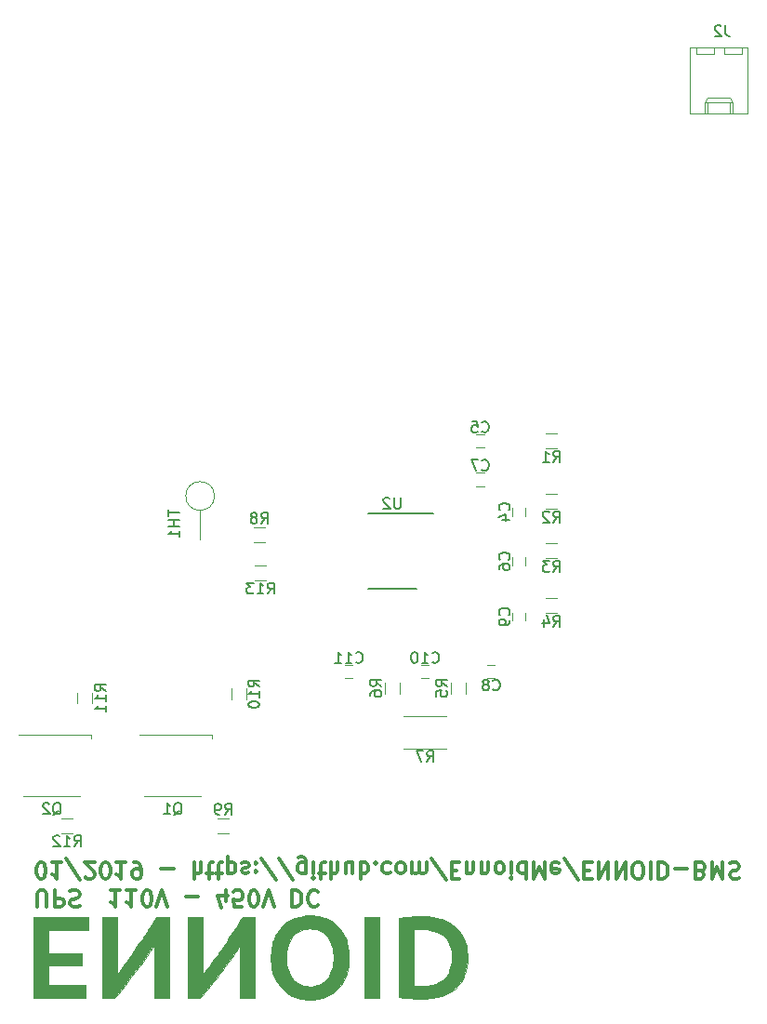
<source format=gbr>
G04 #@! TF.GenerationSoftware,KiCad,Pcbnew,6.0.0-rc1-unknown-5edf350~66~ubuntu18.10.1*
G04 #@! TF.CreationDate,2019-02-07T09:44:38-05:00
G04 #@! TF.ProjectId,UPS,5550532e-6b69-4636-9164-5f7063625858,rev?*
G04 #@! TF.SameCoordinates,Original*
G04 #@! TF.FileFunction,Legend,Bot*
G04 #@! TF.FilePolarity,Positive*
%FSLAX46Y46*%
G04 Gerber Fmt 4.6, Leading zero omitted, Abs format (unit mm)*
G04 Created by KiCad (PCBNEW 6.0.0-rc1-unknown-5edf350~66~ubuntu18.10.1) date 2019-02-07 09:44:38*
%MOMM*%
%LPD*%
G04 APERTURE LIST*
%ADD10C,0.300000*%
%ADD11C,0.120000*%
%ADD12C,0.150000*%
%ADD13C,0.010000*%
G04 APERTURE END LIST*
D10*
X26052142Y-81096428D02*
X26052142Y-79882142D01*
X26123571Y-79739285D01*
X26195000Y-79667857D01*
X26337857Y-79596428D01*
X26623571Y-79596428D01*
X26766428Y-79667857D01*
X26837857Y-79739285D01*
X26909285Y-79882142D01*
X26909285Y-81096428D01*
X27623571Y-79596428D02*
X27623571Y-81096428D01*
X28195000Y-81096428D01*
X28337857Y-81025000D01*
X28409285Y-80953571D01*
X28480714Y-80810714D01*
X28480714Y-80596428D01*
X28409285Y-80453571D01*
X28337857Y-80382142D01*
X28195000Y-80310714D01*
X27623571Y-80310714D01*
X29052142Y-79667857D02*
X29266428Y-79596428D01*
X29623571Y-79596428D01*
X29766428Y-79667857D01*
X29837857Y-79739285D01*
X29909285Y-79882142D01*
X29909285Y-80025000D01*
X29837857Y-80167857D01*
X29766428Y-80239285D01*
X29623571Y-80310714D01*
X29337857Y-80382142D01*
X29195000Y-80453571D01*
X29123571Y-80525000D01*
X29052142Y-80667857D01*
X29052142Y-80810714D01*
X29123571Y-80953571D01*
X29195000Y-81025000D01*
X29337857Y-81096428D01*
X29695000Y-81096428D01*
X29909285Y-81025000D01*
X33623571Y-79596428D02*
X32766428Y-79596428D01*
X33194999Y-79596428D02*
X33194999Y-81096428D01*
X33052142Y-80882142D01*
X32909285Y-80739285D01*
X32766428Y-80667857D01*
X35052142Y-79596428D02*
X34195000Y-79596428D01*
X34623571Y-79596428D02*
X34623571Y-81096428D01*
X34480714Y-80882142D01*
X34337857Y-80739285D01*
X34195000Y-80667857D01*
X35980714Y-81096428D02*
X36123571Y-81096428D01*
X36266428Y-81025000D01*
X36337857Y-80953571D01*
X36409285Y-80810714D01*
X36480714Y-80525000D01*
X36480714Y-80167857D01*
X36409285Y-79882142D01*
X36337857Y-79739285D01*
X36266428Y-79667857D01*
X36123571Y-79596428D01*
X35980714Y-79596428D01*
X35837857Y-79667857D01*
X35766428Y-79739285D01*
X35695000Y-79882142D01*
X35623571Y-80167857D01*
X35623571Y-80525000D01*
X35695000Y-80810714D01*
X35766428Y-80953571D01*
X35837857Y-81025000D01*
X35980714Y-81096428D01*
X36909285Y-81096428D02*
X37409285Y-79596428D01*
X37909285Y-81096428D01*
X39552142Y-80167857D02*
X40695000Y-80167857D01*
X43195000Y-80596428D02*
X43195000Y-79596428D01*
X42837857Y-81167857D02*
X42480714Y-80096428D01*
X43409285Y-80096428D01*
X44695000Y-81096428D02*
X43980714Y-81096428D01*
X43909285Y-80382142D01*
X43980714Y-80453571D01*
X44123571Y-80525000D01*
X44480714Y-80525000D01*
X44623571Y-80453571D01*
X44695000Y-80382142D01*
X44766428Y-80239285D01*
X44766428Y-79882142D01*
X44695000Y-79739285D01*
X44623571Y-79667857D01*
X44480714Y-79596428D01*
X44123571Y-79596428D01*
X43980714Y-79667857D01*
X43909285Y-79739285D01*
X45695000Y-81096428D02*
X45837857Y-81096428D01*
X45980714Y-81025000D01*
X46052142Y-80953571D01*
X46123571Y-80810714D01*
X46195000Y-80525000D01*
X46195000Y-80167857D01*
X46123571Y-79882142D01*
X46052142Y-79739285D01*
X45980714Y-79667857D01*
X45837857Y-79596428D01*
X45695000Y-79596428D01*
X45552142Y-79667857D01*
X45480714Y-79739285D01*
X45409285Y-79882142D01*
X45337857Y-80167857D01*
X45337857Y-80525000D01*
X45409285Y-80810714D01*
X45480714Y-80953571D01*
X45552142Y-81025000D01*
X45695000Y-81096428D01*
X46623571Y-81096428D02*
X47123571Y-79596428D01*
X47623571Y-81096428D01*
X49266428Y-79596428D02*
X49266428Y-81096428D01*
X49623571Y-81096428D01*
X49837857Y-81025000D01*
X49980714Y-80882142D01*
X50052142Y-80739285D01*
X50123571Y-80453571D01*
X50123571Y-80239285D01*
X50052142Y-79953571D01*
X49980714Y-79810714D01*
X49837857Y-79667857D01*
X49623571Y-79596428D01*
X49266428Y-79596428D01*
X51623571Y-79739285D02*
X51552142Y-79667857D01*
X51337857Y-79596428D01*
X51195000Y-79596428D01*
X50980714Y-79667857D01*
X50837857Y-79810714D01*
X50766428Y-79953571D01*
X50695000Y-80239285D01*
X50695000Y-80453571D01*
X50766428Y-80739285D01*
X50837857Y-80882142D01*
X50980714Y-81025000D01*
X51195000Y-81096428D01*
X51337857Y-81096428D01*
X51552142Y-81025000D01*
X51623571Y-80953571D01*
X26337857Y-78546428D02*
X26480714Y-78546428D01*
X26623571Y-78475000D01*
X26695000Y-78403571D01*
X26766428Y-78260714D01*
X26837857Y-77975000D01*
X26837857Y-77617857D01*
X26766428Y-77332142D01*
X26695000Y-77189285D01*
X26623571Y-77117857D01*
X26480714Y-77046428D01*
X26337857Y-77046428D01*
X26195000Y-77117857D01*
X26123571Y-77189285D01*
X26052142Y-77332142D01*
X25980714Y-77617857D01*
X25980714Y-77975000D01*
X26052142Y-78260714D01*
X26123571Y-78403571D01*
X26195000Y-78475000D01*
X26337857Y-78546428D01*
X28266428Y-77046428D02*
X27409285Y-77046428D01*
X27837857Y-77046428D02*
X27837857Y-78546428D01*
X27695000Y-78332142D01*
X27552142Y-78189285D01*
X27409285Y-78117857D01*
X29980714Y-78617857D02*
X28694999Y-76689285D01*
X30409285Y-78403571D02*
X30480714Y-78475000D01*
X30623571Y-78546428D01*
X30980714Y-78546428D01*
X31123571Y-78475000D01*
X31195000Y-78403571D01*
X31266428Y-78260714D01*
X31266428Y-78117857D01*
X31195000Y-77903571D01*
X30337857Y-77046428D01*
X31266428Y-77046428D01*
X32194999Y-78546428D02*
X32337857Y-78546428D01*
X32480714Y-78475000D01*
X32552142Y-78403571D01*
X32623571Y-78260714D01*
X32694999Y-77975000D01*
X32694999Y-77617857D01*
X32623571Y-77332142D01*
X32552142Y-77189285D01*
X32480714Y-77117857D01*
X32337857Y-77046428D01*
X32194999Y-77046428D01*
X32052142Y-77117857D01*
X31980714Y-77189285D01*
X31909285Y-77332142D01*
X31837857Y-77617857D01*
X31837857Y-77975000D01*
X31909285Y-78260714D01*
X31980714Y-78403571D01*
X32052142Y-78475000D01*
X32194999Y-78546428D01*
X34123571Y-77046428D02*
X33266428Y-77046428D01*
X33694999Y-77046428D02*
X33694999Y-78546428D01*
X33552142Y-78332142D01*
X33409285Y-78189285D01*
X33266428Y-78117857D01*
X34837857Y-77046428D02*
X35123571Y-77046428D01*
X35266428Y-77117857D01*
X35337857Y-77189285D01*
X35480714Y-77403571D01*
X35552142Y-77689285D01*
X35552142Y-78260714D01*
X35480714Y-78403571D01*
X35409285Y-78475000D01*
X35266428Y-78546428D01*
X34980714Y-78546428D01*
X34837857Y-78475000D01*
X34766428Y-78403571D01*
X34694999Y-78260714D01*
X34694999Y-77903571D01*
X34766428Y-77760714D01*
X34837857Y-77689285D01*
X34980714Y-77617857D01*
X35266428Y-77617857D01*
X35409285Y-77689285D01*
X35480714Y-77760714D01*
X35552142Y-77903571D01*
X37337857Y-77617857D02*
X38480714Y-77617857D01*
X40337857Y-77046428D02*
X40337857Y-78546428D01*
X40980714Y-77046428D02*
X40980714Y-77832142D01*
X40909285Y-77975000D01*
X40766428Y-78046428D01*
X40552142Y-78046428D01*
X40409285Y-77975000D01*
X40337857Y-77903571D01*
X41480714Y-78046428D02*
X42052142Y-78046428D01*
X41694999Y-78546428D02*
X41694999Y-77260714D01*
X41766428Y-77117857D01*
X41909285Y-77046428D01*
X42052142Y-77046428D01*
X42337857Y-78046428D02*
X42909285Y-78046428D01*
X42552142Y-78546428D02*
X42552142Y-77260714D01*
X42623571Y-77117857D01*
X42766428Y-77046428D01*
X42909285Y-77046428D01*
X43409285Y-78046428D02*
X43409285Y-76546428D01*
X43409285Y-77975000D02*
X43552142Y-78046428D01*
X43837857Y-78046428D01*
X43980714Y-77975000D01*
X44052142Y-77903571D01*
X44123571Y-77760714D01*
X44123571Y-77332142D01*
X44052142Y-77189285D01*
X43980714Y-77117857D01*
X43837857Y-77046428D01*
X43552142Y-77046428D01*
X43409285Y-77117857D01*
X44694999Y-77117857D02*
X44837857Y-77046428D01*
X45123571Y-77046428D01*
X45266428Y-77117857D01*
X45337857Y-77260714D01*
X45337857Y-77332142D01*
X45266428Y-77475000D01*
X45123571Y-77546428D01*
X44909285Y-77546428D01*
X44766428Y-77617857D01*
X44694999Y-77760714D01*
X44694999Y-77832142D01*
X44766428Y-77975000D01*
X44909285Y-78046428D01*
X45123571Y-78046428D01*
X45266428Y-77975000D01*
X45980714Y-77189285D02*
X46052142Y-77117857D01*
X45980714Y-77046428D01*
X45909285Y-77117857D01*
X45980714Y-77189285D01*
X45980714Y-77046428D01*
X45980714Y-77975000D02*
X46052142Y-77903571D01*
X45980714Y-77832142D01*
X45909285Y-77903571D01*
X45980714Y-77975000D01*
X45980714Y-77832142D01*
X47766428Y-78617857D02*
X46480714Y-76689285D01*
X49337857Y-78617857D02*
X48052142Y-76689285D01*
X50480714Y-78046428D02*
X50480714Y-76832142D01*
X50409285Y-76689285D01*
X50337857Y-76617857D01*
X50195000Y-76546428D01*
X49980714Y-76546428D01*
X49837857Y-76617857D01*
X50480714Y-77117857D02*
X50337857Y-77046428D01*
X50052142Y-77046428D01*
X49909285Y-77117857D01*
X49837857Y-77189285D01*
X49766428Y-77332142D01*
X49766428Y-77760714D01*
X49837857Y-77903571D01*
X49909285Y-77975000D01*
X50052142Y-78046428D01*
X50337857Y-78046428D01*
X50480714Y-77975000D01*
X51195000Y-77046428D02*
X51195000Y-78046428D01*
X51195000Y-78546428D02*
X51123571Y-78475000D01*
X51195000Y-78403571D01*
X51266428Y-78475000D01*
X51195000Y-78546428D01*
X51195000Y-78403571D01*
X51695000Y-78046428D02*
X52266428Y-78046428D01*
X51909285Y-78546428D02*
X51909285Y-77260714D01*
X51980714Y-77117857D01*
X52123571Y-77046428D01*
X52266428Y-77046428D01*
X52766428Y-77046428D02*
X52766428Y-78546428D01*
X53409285Y-77046428D02*
X53409285Y-77832142D01*
X53337857Y-77975000D01*
X53195000Y-78046428D01*
X52980714Y-78046428D01*
X52837857Y-77975000D01*
X52766428Y-77903571D01*
X54766428Y-78046428D02*
X54766428Y-77046428D01*
X54123571Y-78046428D02*
X54123571Y-77260714D01*
X54195000Y-77117857D01*
X54337857Y-77046428D01*
X54552142Y-77046428D01*
X54695000Y-77117857D01*
X54766428Y-77189285D01*
X55480714Y-77046428D02*
X55480714Y-78546428D01*
X55480714Y-77975000D02*
X55623571Y-78046428D01*
X55909285Y-78046428D01*
X56052142Y-77975000D01*
X56123571Y-77903571D01*
X56195000Y-77760714D01*
X56195000Y-77332142D01*
X56123571Y-77189285D01*
X56052142Y-77117857D01*
X55909285Y-77046428D01*
X55623571Y-77046428D01*
X55480714Y-77117857D01*
X56837857Y-77189285D02*
X56909285Y-77117857D01*
X56837857Y-77046428D01*
X56766428Y-77117857D01*
X56837857Y-77189285D01*
X56837857Y-77046428D01*
X58195000Y-77117857D02*
X58052142Y-77046428D01*
X57766428Y-77046428D01*
X57623571Y-77117857D01*
X57552142Y-77189285D01*
X57480714Y-77332142D01*
X57480714Y-77760714D01*
X57552142Y-77903571D01*
X57623571Y-77975000D01*
X57766428Y-78046428D01*
X58052142Y-78046428D01*
X58195000Y-77975000D01*
X59052142Y-77046428D02*
X58909285Y-77117857D01*
X58837857Y-77189285D01*
X58766428Y-77332142D01*
X58766428Y-77760714D01*
X58837857Y-77903571D01*
X58909285Y-77975000D01*
X59052142Y-78046428D01*
X59266428Y-78046428D01*
X59409285Y-77975000D01*
X59480714Y-77903571D01*
X59552142Y-77760714D01*
X59552142Y-77332142D01*
X59480714Y-77189285D01*
X59409285Y-77117857D01*
X59266428Y-77046428D01*
X59052142Y-77046428D01*
X60195000Y-77046428D02*
X60195000Y-78046428D01*
X60195000Y-77903571D02*
X60266428Y-77975000D01*
X60409285Y-78046428D01*
X60623571Y-78046428D01*
X60766428Y-77975000D01*
X60837857Y-77832142D01*
X60837857Y-77046428D01*
X60837857Y-77832142D02*
X60909285Y-77975000D01*
X61052142Y-78046428D01*
X61266428Y-78046428D01*
X61409285Y-77975000D01*
X61480714Y-77832142D01*
X61480714Y-77046428D01*
X63266428Y-78617857D02*
X61980714Y-76689285D01*
X63766428Y-77832142D02*
X64266428Y-77832142D01*
X64480714Y-77046428D02*
X63766428Y-77046428D01*
X63766428Y-78546428D01*
X64480714Y-78546428D01*
X65123571Y-78046428D02*
X65123571Y-77046428D01*
X65123571Y-77903571D02*
X65195000Y-77975000D01*
X65337857Y-78046428D01*
X65552142Y-78046428D01*
X65695000Y-77975000D01*
X65766428Y-77832142D01*
X65766428Y-77046428D01*
X66480714Y-78046428D02*
X66480714Y-77046428D01*
X66480714Y-77903571D02*
X66552142Y-77975000D01*
X66695000Y-78046428D01*
X66909285Y-78046428D01*
X67052142Y-77975000D01*
X67123571Y-77832142D01*
X67123571Y-77046428D01*
X68052142Y-77046428D02*
X67909285Y-77117857D01*
X67837857Y-77189285D01*
X67766428Y-77332142D01*
X67766428Y-77760714D01*
X67837857Y-77903571D01*
X67909285Y-77975000D01*
X68052142Y-78046428D01*
X68266428Y-78046428D01*
X68409285Y-77975000D01*
X68480714Y-77903571D01*
X68552142Y-77760714D01*
X68552142Y-77332142D01*
X68480714Y-77189285D01*
X68409285Y-77117857D01*
X68266428Y-77046428D01*
X68052142Y-77046428D01*
X69195000Y-77046428D02*
X69195000Y-78046428D01*
X69195000Y-78546428D02*
X69123571Y-78475000D01*
X69195000Y-78403571D01*
X69266428Y-78475000D01*
X69195000Y-78546428D01*
X69195000Y-78403571D01*
X70552142Y-77046428D02*
X70552142Y-78546428D01*
X70552142Y-77117857D02*
X70409285Y-77046428D01*
X70123571Y-77046428D01*
X69980714Y-77117857D01*
X69909285Y-77189285D01*
X69837857Y-77332142D01*
X69837857Y-77760714D01*
X69909285Y-77903571D01*
X69980714Y-77975000D01*
X70123571Y-78046428D01*
X70409285Y-78046428D01*
X70552142Y-77975000D01*
X71266428Y-77046428D02*
X71266428Y-78546428D01*
X71766428Y-77475000D01*
X72266428Y-78546428D01*
X72266428Y-77046428D01*
X73552142Y-77117857D02*
X73409285Y-77046428D01*
X73123571Y-77046428D01*
X72980714Y-77117857D01*
X72909285Y-77260714D01*
X72909285Y-77832142D01*
X72980714Y-77975000D01*
X73123571Y-78046428D01*
X73409285Y-78046428D01*
X73552142Y-77975000D01*
X73623571Y-77832142D01*
X73623571Y-77689285D01*
X72909285Y-77546428D01*
X75337857Y-78617857D02*
X74052142Y-76689285D01*
X75837857Y-77832142D02*
X76337857Y-77832142D01*
X76552142Y-77046428D02*
X75837857Y-77046428D01*
X75837857Y-78546428D01*
X76552142Y-78546428D01*
X77195000Y-77046428D02*
X77195000Y-78546428D01*
X78052142Y-77046428D01*
X78052142Y-78546428D01*
X78766428Y-77046428D02*
X78766428Y-78546428D01*
X79623571Y-77046428D01*
X79623571Y-78546428D01*
X80623571Y-78546428D02*
X80909285Y-78546428D01*
X81052142Y-78475000D01*
X81195000Y-78332142D01*
X81266428Y-78046428D01*
X81266428Y-77546428D01*
X81195000Y-77260714D01*
X81052142Y-77117857D01*
X80909285Y-77046428D01*
X80623571Y-77046428D01*
X80480714Y-77117857D01*
X80337857Y-77260714D01*
X80266428Y-77546428D01*
X80266428Y-78046428D01*
X80337857Y-78332142D01*
X80480714Y-78475000D01*
X80623571Y-78546428D01*
X81909285Y-77046428D02*
X81909285Y-78546428D01*
X82623571Y-77046428D02*
X82623571Y-78546428D01*
X82980714Y-78546428D01*
X83195000Y-78475000D01*
X83337857Y-78332142D01*
X83409285Y-78189285D01*
X83480714Y-77903571D01*
X83480714Y-77689285D01*
X83409285Y-77403571D01*
X83337857Y-77260714D01*
X83195000Y-77117857D01*
X82980714Y-77046428D01*
X82623571Y-77046428D01*
X84123571Y-77617857D02*
X85266428Y-77617857D01*
X86480714Y-77832142D02*
X86695000Y-77760714D01*
X86766428Y-77689285D01*
X86837857Y-77546428D01*
X86837857Y-77332142D01*
X86766428Y-77189285D01*
X86695000Y-77117857D01*
X86552142Y-77046428D01*
X85980714Y-77046428D01*
X85980714Y-78546428D01*
X86480714Y-78546428D01*
X86623571Y-78475000D01*
X86695000Y-78403571D01*
X86766428Y-78260714D01*
X86766428Y-78117857D01*
X86695000Y-77975000D01*
X86623571Y-77903571D01*
X86480714Y-77832142D01*
X85980714Y-77832142D01*
X87480714Y-77046428D02*
X87480714Y-78546428D01*
X87980714Y-77475000D01*
X88480714Y-78546428D01*
X88480714Y-77046428D01*
X89123571Y-77117857D02*
X89337857Y-77046428D01*
X89695000Y-77046428D01*
X89837857Y-77117857D01*
X89909285Y-77189285D01*
X89980714Y-77332142D01*
X89980714Y-77475000D01*
X89909285Y-77617857D01*
X89837857Y-77689285D01*
X89695000Y-77760714D01*
X89409285Y-77832142D01*
X89266428Y-77903571D01*
X89195000Y-77975000D01*
X89123571Y-78117857D01*
X89123571Y-78260714D01*
X89195000Y-78403571D01*
X89266428Y-78475000D01*
X89409285Y-78546428D01*
X89766428Y-78546428D01*
X89980714Y-78475000D01*
D11*
X86060000Y-3500000D02*
X86060000Y-2880000D01*
X87660000Y-3500000D02*
X86060000Y-3500000D01*
X87660000Y-2880000D02*
X87660000Y-3500000D01*
X88600000Y-3500000D02*
X88600000Y-2880000D01*
X90200000Y-3500000D02*
X88600000Y-3500000D01*
X90200000Y-2880000D02*
X90200000Y-3500000D01*
X87110000Y-8880000D02*
X87110000Y-7880000D01*
X89150000Y-8880000D02*
X89150000Y-7880000D01*
X87110000Y-7450000D02*
X86860000Y-7880000D01*
X89150000Y-7450000D02*
X87110000Y-7450000D01*
X89400000Y-7880000D02*
X89150000Y-7450000D01*
X86860000Y-7880000D02*
X86860000Y-8880000D01*
X89400000Y-7880000D02*
X86860000Y-7880000D01*
X89400000Y-8880000D02*
X89400000Y-7880000D01*
X85490000Y-2880000D02*
X90770000Y-2880000D01*
X85490000Y-8880000D02*
X85490000Y-2880000D01*
X90770000Y-8880000D02*
X85490000Y-8880000D01*
X90770000Y-2880000D02*
X90770000Y-8880000D01*
X69283867Y-44797580D02*
X69283867Y-45497580D01*
X70483867Y-45497580D02*
X70483867Y-44797580D01*
X66733867Y-38097580D02*
X66033867Y-38097580D01*
X66033867Y-39297580D02*
X66733867Y-39297580D01*
X70483867Y-49997580D02*
X70483867Y-49297580D01*
X69283867Y-49297580D02*
X69283867Y-49997580D01*
X66033867Y-42797580D02*
X66733867Y-42797580D01*
X66733867Y-41597580D02*
X66033867Y-41597580D01*
X67733867Y-59097580D02*
X67033867Y-59097580D01*
X67033867Y-60297580D02*
X67733867Y-60297580D01*
X69283867Y-54347580D02*
X69283867Y-55047580D01*
X70483867Y-55047580D02*
X70483867Y-54347580D01*
X61033867Y-60297580D02*
X61733867Y-60297580D01*
X61733867Y-59097580D02*
X61033867Y-59097580D01*
X54783867Y-59097580D02*
X54083867Y-59097580D01*
X54083867Y-60297580D02*
X54783867Y-60297580D01*
X72383867Y-39377580D02*
X73383867Y-39377580D01*
X73383867Y-38017580D02*
X72383867Y-38017580D01*
X73383867Y-43517580D02*
X72383867Y-43517580D01*
X72383867Y-44877580D02*
X73383867Y-44877580D01*
X72383867Y-49377580D02*
X73383867Y-49377580D01*
X73383867Y-48017580D02*
X72383867Y-48017580D01*
X73383867Y-53017580D02*
X72383867Y-53017580D01*
X72383867Y-54377580D02*
X73383867Y-54377580D01*
X63703867Y-60697580D02*
X63703867Y-61697580D01*
X65063867Y-61697580D02*
X65063867Y-60697580D01*
X57703867Y-60697580D02*
X57703867Y-61697580D01*
X59063867Y-61697580D02*
X59063867Y-60697580D01*
X59433867Y-66677580D02*
X63333867Y-66677580D01*
X63333867Y-63717580D02*
X59433867Y-63717580D01*
X45783867Y-47877580D02*
X46783867Y-47877580D01*
X46783867Y-46517580D02*
X45783867Y-46517580D01*
X42483867Y-74377580D02*
X43483867Y-74377580D01*
X43483867Y-73017580D02*
X42483867Y-73017580D01*
X45063867Y-62197580D02*
X45063867Y-61197580D01*
X43703867Y-61197580D02*
X43703867Y-62197580D01*
X29703867Y-61597580D02*
X29703867Y-62597580D01*
X31063867Y-62597580D02*
X31063867Y-61597580D01*
X29283867Y-73017580D02*
X28283867Y-73017580D01*
X28283867Y-74377580D02*
X29283867Y-74377580D01*
X45883867Y-51377580D02*
X46883867Y-51377580D01*
X46883867Y-50017580D02*
X45883867Y-50017580D01*
X40883867Y-45007580D02*
X40883867Y-47677580D01*
X42193867Y-43697580D02*
G75*
G03X42193867Y-43697580I-1310000J0D01*
G01*
D12*
X62133867Y-45247580D02*
X56158867Y-45247580D01*
X60608867Y-52147580D02*
X56158867Y-52147580D01*
D11*
X41983867Y-65397580D02*
X41983867Y-65797580D01*
X35383867Y-65397580D02*
X41983867Y-65397580D01*
X35783867Y-70997580D02*
X40983867Y-70997580D01*
X24783867Y-70997580D02*
X29983867Y-70997580D01*
X24383867Y-65397580D02*
X30983867Y-65397580D01*
X30983867Y-65397580D02*
X30983867Y-65797580D01*
D13*
G36*
X57235276Y-82039750D02*
G01*
X55887305Y-82039750D01*
X55887305Y-89387513D01*
X57235276Y-89387513D01*
X57235276Y-82039750D01*
X57235276Y-82039750D01*
G37*
X57235276Y-82039750D02*
X55887305Y-82039750D01*
X55887305Y-89387513D01*
X57235276Y-89387513D01*
X57235276Y-82039750D01*
G36*
X41104273Y-89156243D02*
G01*
X41323371Y-88908125D01*
X41556494Y-88632993D01*
X41806251Y-88327589D01*
X42075246Y-87988654D01*
X42366087Y-87612932D01*
X42681380Y-87197163D01*
X42826500Y-87003414D01*
X42951840Y-86834006D01*
X43091773Y-86642273D01*
X43242288Y-86433921D01*
X43399379Y-86214651D01*
X43559034Y-85990169D01*
X43717246Y-85766176D01*
X43870006Y-85548378D01*
X44013304Y-85342477D01*
X44143132Y-85154178D01*
X44255481Y-84989183D01*
X44346341Y-84853196D01*
X44411705Y-84751921D01*
X44429999Y-84722097D01*
X44508845Y-84590322D01*
X44515593Y-86988917D01*
X44522340Y-89387513D01*
X45870032Y-89387513D01*
X45870032Y-82039750D01*
X44719238Y-82039750D01*
X44602580Y-82231373D01*
X44421190Y-82525783D01*
X44215852Y-82852911D01*
X43993286Y-83202421D01*
X43760212Y-83563975D01*
X43523349Y-83927235D01*
X43289419Y-84281864D01*
X43065141Y-84617525D01*
X42857234Y-84923880D01*
X42768429Y-85052861D01*
X42662622Y-85203536D01*
X42534940Y-85381822D01*
X42390658Y-85580641D01*
X42235053Y-85792913D01*
X42073398Y-86011561D01*
X41910970Y-86229505D01*
X41753043Y-86439665D01*
X41604893Y-86634963D01*
X41471795Y-86808321D01*
X41359025Y-86952658D01*
X41273686Y-87058682D01*
X41112487Y-87253993D01*
X41112487Y-82039750D01*
X39764517Y-82039750D01*
X39764517Y-89387513D01*
X40895321Y-89387513D01*
X41104273Y-89156243D01*
X41104273Y-89156243D01*
G37*
X41104273Y-89156243D02*
X41323371Y-88908125D01*
X41556494Y-88632993D01*
X41806251Y-88327589D01*
X42075246Y-87988654D01*
X42366087Y-87612932D01*
X42681380Y-87197163D01*
X42826500Y-87003414D01*
X42951840Y-86834006D01*
X43091773Y-86642273D01*
X43242288Y-86433921D01*
X43399379Y-86214651D01*
X43559034Y-85990169D01*
X43717246Y-85766176D01*
X43870006Y-85548378D01*
X44013304Y-85342477D01*
X44143132Y-85154178D01*
X44255481Y-84989183D01*
X44346341Y-84853196D01*
X44411705Y-84751921D01*
X44429999Y-84722097D01*
X44508845Y-84590322D01*
X44515593Y-86988917D01*
X44522340Y-89387513D01*
X45870032Y-89387513D01*
X45870032Y-82039750D01*
X44719238Y-82039750D01*
X44602580Y-82231373D01*
X44421190Y-82525783D01*
X44215852Y-82852911D01*
X43993286Y-83202421D01*
X43760212Y-83563975D01*
X43523349Y-83927235D01*
X43289419Y-84281864D01*
X43065141Y-84617525D01*
X42857234Y-84923880D01*
X42768429Y-85052861D01*
X42662622Y-85203536D01*
X42534940Y-85381822D01*
X42390658Y-85580641D01*
X42235053Y-85792913D01*
X42073398Y-86011561D01*
X41910970Y-86229505D01*
X41753043Y-86439665D01*
X41604893Y-86634963D01*
X41471795Y-86808321D01*
X41359025Y-86952658D01*
X41273686Y-87058682D01*
X41112487Y-87253993D01*
X41112487Y-82039750D01*
X39764517Y-82039750D01*
X39764517Y-89387513D01*
X40895321Y-89387513D01*
X41104273Y-89156243D01*
G36*
X33374419Y-89037305D02*
G01*
X33660459Y-88703691D01*
X33968074Y-88329784D01*
X34292911Y-87921358D01*
X34630617Y-87484187D01*
X34976840Y-87024044D01*
X35327225Y-86546702D01*
X35677421Y-86057936D01*
X36023074Y-85563518D01*
X36307290Y-85147231D01*
X36698544Y-84567615D01*
X36698544Y-89387513D01*
X38046514Y-89387513D01*
X38046514Y-82039750D01*
X36882258Y-82039750D01*
X36810224Y-82160997D01*
X36737512Y-82281093D01*
X36640322Y-82438167D01*
X36523242Y-82625043D01*
X36390857Y-82834546D01*
X36247756Y-83059499D01*
X36098524Y-83292725D01*
X35947748Y-83527050D01*
X35800016Y-83755296D01*
X35659914Y-83970289D01*
X35532029Y-84164851D01*
X35460399Y-84272804D01*
X35060187Y-84863900D01*
X34663731Y-85431069D01*
X34275449Y-85968203D01*
X33899754Y-86469190D01*
X33542660Y-86925930D01*
X33302186Y-87226367D01*
X33295448Y-84633058D01*
X33288711Y-82039750D01*
X31940999Y-82039750D01*
X31940999Y-89387513D01*
X33066636Y-89387513D01*
X33374419Y-89037305D01*
X33374419Y-89037305D01*
G37*
X33374419Y-89037305D02*
X33660459Y-88703691D01*
X33968074Y-88329784D01*
X34292911Y-87921358D01*
X34630617Y-87484187D01*
X34976840Y-87024044D01*
X35327225Y-86546702D01*
X35677421Y-86057936D01*
X36023074Y-85563518D01*
X36307290Y-85147231D01*
X36698544Y-84567615D01*
X36698544Y-89387513D01*
X38046514Y-89387513D01*
X38046514Y-82039750D01*
X36882258Y-82039750D01*
X36810224Y-82160997D01*
X36737512Y-82281093D01*
X36640322Y-82438167D01*
X36523242Y-82625043D01*
X36390857Y-82834546D01*
X36247756Y-83059499D01*
X36098524Y-83292725D01*
X35947748Y-83527050D01*
X35800016Y-83755296D01*
X35659914Y-83970289D01*
X35532029Y-84164851D01*
X35460399Y-84272804D01*
X35060187Y-84863900D01*
X34663731Y-85431069D01*
X34275449Y-85968203D01*
X33899754Y-86469190D01*
X33542660Y-86925930D01*
X33302186Y-87226367D01*
X33295448Y-84633058D01*
X33288711Y-82039750D01*
X31940999Y-82039750D01*
X31940999Y-89387513D01*
X33066636Y-89387513D01*
X33374419Y-89037305D01*
G36*
X30487305Y-88224557D02*
G01*
X27104163Y-88224557D01*
X27104163Y-86453694D01*
X30117274Y-86453694D01*
X30117274Y-85317169D01*
X27104163Y-85317169D01*
X27104163Y-83202705D01*
X30725183Y-83202705D01*
X30725183Y-82039750D01*
X25729761Y-82039750D01*
X25729761Y-89387513D01*
X30487305Y-89387513D01*
X30487305Y-88224557D01*
X30487305Y-88224557D01*
G37*
X30487305Y-88224557D02*
X27104163Y-88224557D01*
X27104163Y-86453694D01*
X30117274Y-86453694D01*
X30117274Y-85317169D01*
X27104163Y-85317169D01*
X27104163Y-83202705D01*
X30725183Y-83202705D01*
X30725183Y-82039750D01*
X25729761Y-82039750D01*
X25729761Y-89387513D01*
X30487305Y-89387513D01*
X30487305Y-88224557D01*
G36*
X61278643Y-89452603D02*
G01*
X61538576Y-89444878D01*
X61771003Y-89430916D01*
X61967896Y-89410411D01*
X62001206Y-89405663D01*
X62450314Y-89323683D01*
X62855748Y-89218204D01*
X63222204Y-89087056D01*
X63554378Y-88928065D01*
X63856965Y-88739058D01*
X64134663Y-88517863D01*
X64331359Y-88327515D01*
X64578304Y-88033431D01*
X64784550Y-87710108D01*
X64950718Y-87355966D01*
X65077431Y-86969424D01*
X65165311Y-86548902D01*
X65214979Y-86092819D01*
X65215792Y-86080050D01*
X65226683Y-85579246D01*
X65195133Y-85107222D01*
X65121512Y-84664727D01*
X65006192Y-84252512D01*
X64849542Y-83871326D01*
X64651934Y-83521918D01*
X64413739Y-83205039D01*
X64135326Y-82921437D01*
X63817068Y-82671863D01*
X63459334Y-82457066D01*
X63411900Y-82432719D01*
X63093231Y-82288968D01*
X62760236Y-82173144D01*
X62406629Y-82084048D01*
X62026122Y-82020479D01*
X61612426Y-81981235D01*
X61159256Y-81965116D01*
X60962181Y-81964901D01*
X60787011Y-81966620D01*
X60623480Y-81968875D01*
X60481228Y-81971482D01*
X60369897Y-81974258D01*
X60299128Y-81977019D01*
X60288034Y-81977753D01*
X59960702Y-82005641D01*
X59675316Y-82033823D01*
X59434213Y-82062010D01*
X59239733Y-82089910D01*
X59094216Y-82117231D01*
X59025963Y-82134857D01*
X59019390Y-82138911D01*
X59013469Y-82148586D01*
X59008166Y-82166507D01*
X59003447Y-82195301D01*
X58999279Y-82237592D01*
X58995627Y-82296006D01*
X58992458Y-82373168D01*
X58989737Y-82471705D01*
X58987431Y-82594240D01*
X58985505Y-82743400D01*
X58983927Y-82921810D01*
X58982661Y-83132095D01*
X58981674Y-83376881D01*
X58980932Y-83658794D01*
X58980401Y-83980458D01*
X58980047Y-84344500D01*
X58979837Y-84753544D01*
X58979735Y-85210216D01*
X58979709Y-85713631D01*
X58979736Y-86220214D01*
X58979837Y-86676561D01*
X58980049Y-87085296D01*
X58980404Y-87449045D01*
X58980936Y-87770434D01*
X58981679Y-88052086D01*
X58982457Y-88244823D01*
X60354111Y-88244823D01*
X60354111Y-83149844D01*
X60942196Y-83149999D01*
X61206437Y-83152533D01*
X61437926Y-83159787D01*
X61630099Y-83171464D01*
X61776390Y-83187267D01*
X61781484Y-83188024D01*
X62151471Y-83265299D01*
X62484205Y-83379997D01*
X62779743Y-83532181D01*
X63038142Y-83721916D01*
X63259458Y-83949268D01*
X63443746Y-84214300D01*
X63591063Y-84517077D01*
X63701465Y-84857665D01*
X63775008Y-85236127D01*
X63804011Y-85515400D01*
X63809514Y-85806850D01*
X63787798Y-86111403D01*
X63741312Y-86415153D01*
X63672506Y-86704193D01*
X63583831Y-86964614D01*
X63525972Y-87093639D01*
X63361314Y-87371932D01*
X63163133Y-87611828D01*
X62930172Y-87814142D01*
X62661171Y-87979693D01*
X62354871Y-88109298D01*
X62010016Y-88203774D01*
X61746423Y-88249250D01*
X61660583Y-88257409D01*
X61538451Y-88264265D01*
X61389735Y-88269735D01*
X61224142Y-88273734D01*
X61051379Y-88276180D01*
X60881154Y-88276987D01*
X60723173Y-88276073D01*
X60587145Y-88273353D01*
X60482777Y-88268743D01*
X60419776Y-88262160D01*
X60413580Y-88260760D01*
X60354111Y-88244823D01*
X58982457Y-88244823D01*
X58982667Y-88296628D01*
X58983935Y-88506685D01*
X58985515Y-88684881D01*
X58987443Y-88833843D01*
X58989751Y-88956194D01*
X58992475Y-89054561D01*
X58995647Y-89131568D01*
X58999301Y-89189841D01*
X59003473Y-89232005D01*
X59008194Y-89260684D01*
X59013501Y-89278505D01*
X59019426Y-89288092D01*
X59025963Y-89292059D01*
X59172225Y-89326670D01*
X59363227Y-89357803D01*
X59590940Y-89385151D01*
X59847338Y-89408409D01*
X60124394Y-89427269D01*
X60414079Y-89441425D01*
X60708367Y-89450570D01*
X60999231Y-89454399D01*
X61278643Y-89452603D01*
X61278643Y-89452603D01*
G37*
X61278643Y-89452603D02*
X61538576Y-89444878D01*
X61771003Y-89430916D01*
X61967896Y-89410411D01*
X62001206Y-89405663D01*
X62450314Y-89323683D01*
X62855748Y-89218204D01*
X63222204Y-89087056D01*
X63554378Y-88928065D01*
X63856965Y-88739058D01*
X64134663Y-88517863D01*
X64331359Y-88327515D01*
X64578304Y-88033431D01*
X64784550Y-87710108D01*
X64950718Y-87355966D01*
X65077431Y-86969424D01*
X65165311Y-86548902D01*
X65214979Y-86092819D01*
X65215792Y-86080050D01*
X65226683Y-85579246D01*
X65195133Y-85107222D01*
X65121512Y-84664727D01*
X65006192Y-84252512D01*
X64849542Y-83871326D01*
X64651934Y-83521918D01*
X64413739Y-83205039D01*
X64135326Y-82921437D01*
X63817068Y-82671863D01*
X63459334Y-82457066D01*
X63411900Y-82432719D01*
X63093231Y-82288968D01*
X62760236Y-82173144D01*
X62406629Y-82084048D01*
X62026122Y-82020479D01*
X61612426Y-81981235D01*
X61159256Y-81965116D01*
X60962181Y-81964901D01*
X60787011Y-81966620D01*
X60623480Y-81968875D01*
X60481228Y-81971482D01*
X60369897Y-81974258D01*
X60299128Y-81977019D01*
X60288034Y-81977753D01*
X59960702Y-82005641D01*
X59675316Y-82033823D01*
X59434213Y-82062010D01*
X59239733Y-82089910D01*
X59094216Y-82117231D01*
X59025963Y-82134857D01*
X59019390Y-82138911D01*
X59013469Y-82148586D01*
X59008166Y-82166507D01*
X59003447Y-82195301D01*
X58999279Y-82237592D01*
X58995627Y-82296006D01*
X58992458Y-82373168D01*
X58989737Y-82471705D01*
X58987431Y-82594240D01*
X58985505Y-82743400D01*
X58983927Y-82921810D01*
X58982661Y-83132095D01*
X58981674Y-83376881D01*
X58980932Y-83658794D01*
X58980401Y-83980458D01*
X58980047Y-84344500D01*
X58979837Y-84753544D01*
X58979735Y-85210216D01*
X58979709Y-85713631D01*
X58979736Y-86220214D01*
X58979837Y-86676561D01*
X58980049Y-87085296D01*
X58980404Y-87449045D01*
X58980936Y-87770434D01*
X58981679Y-88052086D01*
X58982457Y-88244823D01*
X60354111Y-88244823D01*
X60354111Y-83149844D01*
X60942196Y-83149999D01*
X61206437Y-83152533D01*
X61437926Y-83159787D01*
X61630099Y-83171464D01*
X61776390Y-83187267D01*
X61781484Y-83188024D01*
X62151471Y-83265299D01*
X62484205Y-83379997D01*
X62779743Y-83532181D01*
X63038142Y-83721916D01*
X63259458Y-83949268D01*
X63443746Y-84214300D01*
X63591063Y-84517077D01*
X63701465Y-84857665D01*
X63775008Y-85236127D01*
X63804011Y-85515400D01*
X63809514Y-85806850D01*
X63787798Y-86111403D01*
X63741312Y-86415153D01*
X63672506Y-86704193D01*
X63583831Y-86964614D01*
X63525972Y-87093639D01*
X63361314Y-87371932D01*
X63163133Y-87611828D01*
X62930172Y-87814142D01*
X62661171Y-87979693D01*
X62354871Y-88109298D01*
X62010016Y-88203774D01*
X61746423Y-88249250D01*
X61660583Y-88257409D01*
X61538451Y-88264265D01*
X61389735Y-88269735D01*
X61224142Y-88273734D01*
X61051379Y-88276180D01*
X60881154Y-88276987D01*
X60723173Y-88276073D01*
X60587145Y-88273353D01*
X60482777Y-88268743D01*
X60419776Y-88262160D01*
X60413580Y-88260760D01*
X60354111Y-88244823D01*
X58982457Y-88244823D01*
X58982667Y-88296628D01*
X58983935Y-88506685D01*
X58985515Y-88684881D01*
X58987443Y-88833843D01*
X58989751Y-88956194D01*
X58992475Y-89054561D01*
X58995647Y-89131568D01*
X58999301Y-89189841D01*
X59003473Y-89232005D01*
X59008194Y-89260684D01*
X59013501Y-89278505D01*
X59019426Y-89288092D01*
X59025963Y-89292059D01*
X59172225Y-89326670D01*
X59363227Y-89357803D01*
X59590940Y-89385151D01*
X59847338Y-89408409D01*
X60124394Y-89427269D01*
X60414079Y-89441425D01*
X60708367Y-89450570D01*
X60999231Y-89454399D01*
X61278643Y-89452603D01*
G36*
X51281064Y-89533912D02*
G01*
X51499855Y-89512571D01*
X51712168Y-89476158D01*
X51933147Y-89422975D01*
X52028124Y-89396404D01*
X52405030Y-89260464D01*
X52758493Y-89078550D01*
X53085917Y-88853265D01*
X53384705Y-88587212D01*
X53652262Y-88282995D01*
X53885989Y-87943217D01*
X54083292Y-87570482D01*
X54236765Y-87181855D01*
X54338482Y-86810945D01*
X54407851Y-86410382D01*
X54444936Y-85991283D01*
X54449803Y-85564764D01*
X54422516Y-85141941D01*
X54363140Y-84733933D01*
X54271739Y-84351855D01*
X54219315Y-84188881D01*
X54049699Y-83776736D01*
X53844187Y-83403121D01*
X53603377Y-83068567D01*
X53327870Y-82773611D01*
X53018265Y-82518784D01*
X52675161Y-82304622D01*
X52299158Y-82131658D01*
X51890854Y-82000426D01*
X51716498Y-81959285D01*
X51574513Y-81935994D01*
X51394563Y-81916848D01*
X51190704Y-81902378D01*
X50976994Y-81893117D01*
X50767490Y-81889595D01*
X50576248Y-81892345D01*
X50417324Y-81901897D01*
X50363268Y-81908111D01*
X49920255Y-81992585D01*
X49510168Y-82118345D01*
X49133106Y-82285318D01*
X48789170Y-82493434D01*
X48478458Y-82742622D01*
X48201070Y-83032812D01*
X47957105Y-83363933D01*
X47746663Y-83735914D01*
X47722162Y-83786451D01*
X47598036Y-84068532D01*
X47501083Y-84340812D01*
X47428538Y-84615705D01*
X47377635Y-84905624D01*
X47345608Y-85222984D01*
X47330594Y-85543913D01*
X47330583Y-85554973D01*
X48730994Y-85554973D01*
X48764119Y-85183099D01*
X48831772Y-84823259D01*
X48933226Y-84482591D01*
X49067751Y-84168233D01*
X49234620Y-83887326D01*
X49284981Y-83818331D01*
X49435281Y-83653236D01*
X49624081Y-83495239D01*
X49837075Y-83353914D01*
X50059958Y-83238834D01*
X50262642Y-83164024D01*
X50550982Y-83104220D01*
X50858008Y-83082766D01*
X51165773Y-83099905D01*
X51427947Y-83148368D01*
X51726435Y-83251419D01*
X52001583Y-83400724D01*
X52250225Y-83593675D01*
X52469196Y-83827666D01*
X52655328Y-84100088D01*
X52713692Y-84207076D01*
X52837166Y-84497818D01*
X52930078Y-84822124D01*
X52992284Y-85170319D01*
X53023638Y-85532732D01*
X53023993Y-85899689D01*
X52993204Y-86261519D01*
X52931126Y-86608549D01*
X52837612Y-86931106D01*
X52757707Y-87127827D01*
X52591205Y-87431844D01*
X52392387Y-87695192D01*
X52163331Y-87916510D01*
X51906117Y-88094438D01*
X51622824Y-88227617D01*
X51315533Y-88314686D01*
X50986321Y-88354286D01*
X50878668Y-88356711D01*
X50543308Y-88332194D01*
X50228724Y-88259846D01*
X49937507Y-88141469D01*
X49672249Y-87978869D01*
X49435542Y-87773850D01*
X49229977Y-87528215D01*
X49058146Y-87243768D01*
X48958347Y-87020018D01*
X48846075Y-86671402D01*
X48771244Y-86306263D01*
X48733126Y-85931740D01*
X48730994Y-85554973D01*
X47330583Y-85554973D01*
X47330172Y-85959716D01*
X47353621Y-86336903D01*
X47402811Y-86684928D01*
X47479616Y-87013241D01*
X47585906Y-87331294D01*
X47723554Y-87648540D01*
X47763438Y-87729534D01*
X47957910Y-88061769D01*
X48193567Y-88372426D01*
X48463681Y-88654947D01*
X48761525Y-88902776D01*
X49080373Y-89109354D01*
X49286499Y-89214225D01*
X49534964Y-89319900D01*
X49768038Y-89400921D01*
X49999717Y-89460356D01*
X50243995Y-89501275D01*
X50514867Y-89526748D01*
X50763468Y-89538168D01*
X51040649Y-89541879D01*
X51281064Y-89533912D01*
X51281064Y-89533912D01*
G37*
X51281064Y-89533912D02*
X51499855Y-89512571D01*
X51712168Y-89476158D01*
X51933147Y-89422975D01*
X52028124Y-89396404D01*
X52405030Y-89260464D01*
X52758493Y-89078550D01*
X53085917Y-88853265D01*
X53384705Y-88587212D01*
X53652262Y-88282995D01*
X53885989Y-87943217D01*
X54083292Y-87570482D01*
X54236765Y-87181855D01*
X54338482Y-86810945D01*
X54407851Y-86410382D01*
X54444936Y-85991283D01*
X54449803Y-85564764D01*
X54422516Y-85141941D01*
X54363140Y-84733933D01*
X54271739Y-84351855D01*
X54219315Y-84188881D01*
X54049699Y-83776736D01*
X53844187Y-83403121D01*
X53603377Y-83068567D01*
X53327870Y-82773611D01*
X53018265Y-82518784D01*
X52675161Y-82304622D01*
X52299158Y-82131658D01*
X51890854Y-82000426D01*
X51716498Y-81959285D01*
X51574513Y-81935994D01*
X51394563Y-81916848D01*
X51190704Y-81902378D01*
X50976994Y-81893117D01*
X50767490Y-81889595D01*
X50576248Y-81892345D01*
X50417324Y-81901897D01*
X50363268Y-81908111D01*
X49920255Y-81992585D01*
X49510168Y-82118345D01*
X49133106Y-82285318D01*
X48789170Y-82493434D01*
X48478458Y-82742622D01*
X48201070Y-83032812D01*
X47957105Y-83363933D01*
X47746663Y-83735914D01*
X47722162Y-83786451D01*
X47598036Y-84068532D01*
X47501083Y-84340812D01*
X47428538Y-84615705D01*
X47377635Y-84905624D01*
X47345608Y-85222984D01*
X47330594Y-85543913D01*
X47330583Y-85554973D01*
X48730994Y-85554973D01*
X48764119Y-85183099D01*
X48831772Y-84823259D01*
X48933226Y-84482591D01*
X49067751Y-84168233D01*
X49234620Y-83887326D01*
X49284981Y-83818331D01*
X49435281Y-83653236D01*
X49624081Y-83495239D01*
X49837075Y-83353914D01*
X50059958Y-83238834D01*
X50262642Y-83164024D01*
X50550982Y-83104220D01*
X50858008Y-83082766D01*
X51165773Y-83099905D01*
X51427947Y-83148368D01*
X51726435Y-83251419D01*
X52001583Y-83400724D01*
X52250225Y-83593675D01*
X52469196Y-83827666D01*
X52655328Y-84100088D01*
X52713692Y-84207076D01*
X52837166Y-84497818D01*
X52930078Y-84822124D01*
X52992284Y-85170319D01*
X53023638Y-85532732D01*
X53023993Y-85899689D01*
X52993204Y-86261519D01*
X52931126Y-86608549D01*
X52837612Y-86931106D01*
X52757707Y-87127827D01*
X52591205Y-87431844D01*
X52392387Y-87695192D01*
X52163331Y-87916510D01*
X51906117Y-88094438D01*
X51622824Y-88227617D01*
X51315533Y-88314686D01*
X50986321Y-88354286D01*
X50878668Y-88356711D01*
X50543308Y-88332194D01*
X50228724Y-88259846D01*
X49937507Y-88141469D01*
X49672249Y-87978869D01*
X49435542Y-87773850D01*
X49229977Y-87528215D01*
X49058146Y-87243768D01*
X48958347Y-87020018D01*
X48846075Y-86671402D01*
X48771244Y-86306263D01*
X48733126Y-85931740D01*
X48730994Y-85554973D01*
X47330583Y-85554973D01*
X47330172Y-85959716D01*
X47353621Y-86336903D01*
X47402811Y-86684928D01*
X47479616Y-87013241D01*
X47585906Y-87331294D01*
X47723554Y-87648540D01*
X47763438Y-87729534D01*
X47957910Y-88061769D01*
X48193567Y-88372426D01*
X48463681Y-88654947D01*
X48761525Y-88902776D01*
X49080373Y-89109354D01*
X49286499Y-89214225D01*
X49534964Y-89319900D01*
X49768038Y-89400921D01*
X49999717Y-89460356D01*
X50243995Y-89501275D01*
X50514867Y-89526748D01*
X50763468Y-89538168D01*
X51040649Y-89541879D01*
X51281064Y-89533912D01*
D12*
X88733333Y-852380D02*
X88733333Y-1566666D01*
X88780952Y-1709523D01*
X88876190Y-1804761D01*
X89019047Y-1852380D01*
X89114285Y-1852380D01*
X88304761Y-947619D02*
X88257142Y-900000D01*
X88161904Y-852380D01*
X87923809Y-852380D01*
X87828571Y-900000D01*
X87780952Y-947619D01*
X87733333Y-1042857D01*
X87733333Y-1138095D01*
X87780952Y-1280952D01*
X88352380Y-1852380D01*
X87733333Y-1852380D01*
X68991009Y-44980913D02*
X69038628Y-44933294D01*
X69086247Y-44790437D01*
X69086247Y-44695199D01*
X69038628Y-44552341D01*
X68943390Y-44457103D01*
X68848152Y-44409484D01*
X68657676Y-44361865D01*
X68514819Y-44361865D01*
X68324343Y-44409484D01*
X68229105Y-44457103D01*
X68133867Y-44552341D01*
X68086247Y-44695199D01*
X68086247Y-44790437D01*
X68133867Y-44933294D01*
X68181486Y-44980913D01*
X68419581Y-45838056D02*
X69086247Y-45838056D01*
X68038628Y-45599960D02*
X68752914Y-45361865D01*
X68752914Y-45980913D01*
X66550533Y-37804722D02*
X66598152Y-37852341D01*
X66741009Y-37899960D01*
X66836247Y-37899960D01*
X66979105Y-37852341D01*
X67074343Y-37757103D01*
X67121962Y-37661865D01*
X67169581Y-37471389D01*
X67169581Y-37328532D01*
X67121962Y-37138056D01*
X67074343Y-37042818D01*
X66979105Y-36947580D01*
X66836247Y-36899960D01*
X66741009Y-36899960D01*
X66598152Y-36947580D01*
X66550533Y-36995199D01*
X65645771Y-36899960D02*
X66121962Y-36899960D01*
X66169581Y-37376151D01*
X66121962Y-37328532D01*
X66026724Y-37280913D01*
X65788628Y-37280913D01*
X65693390Y-37328532D01*
X65645771Y-37376151D01*
X65598152Y-37471389D01*
X65598152Y-37709484D01*
X65645771Y-37804722D01*
X65693390Y-37852341D01*
X65788628Y-37899960D01*
X66026724Y-37899960D01*
X66121962Y-37852341D01*
X66169581Y-37804722D01*
X68991009Y-49480913D02*
X69038628Y-49433294D01*
X69086247Y-49290437D01*
X69086247Y-49195199D01*
X69038628Y-49052341D01*
X68943390Y-48957103D01*
X68848152Y-48909484D01*
X68657676Y-48861865D01*
X68514819Y-48861865D01*
X68324343Y-48909484D01*
X68229105Y-48957103D01*
X68133867Y-49052341D01*
X68086247Y-49195199D01*
X68086247Y-49290437D01*
X68133867Y-49433294D01*
X68181486Y-49480913D01*
X68086247Y-50338056D02*
X68086247Y-50147580D01*
X68133867Y-50052341D01*
X68181486Y-50004722D01*
X68324343Y-49909484D01*
X68514819Y-49861865D01*
X68895771Y-49861865D01*
X68991009Y-49909484D01*
X69038628Y-49957103D01*
X69086247Y-50052341D01*
X69086247Y-50242818D01*
X69038628Y-50338056D01*
X68991009Y-50385675D01*
X68895771Y-50433294D01*
X68657676Y-50433294D01*
X68562438Y-50385675D01*
X68514819Y-50338056D01*
X68467200Y-50242818D01*
X68467200Y-50052341D01*
X68514819Y-49957103D01*
X68562438Y-49909484D01*
X68657676Y-49861865D01*
X66550533Y-41304722D02*
X66598152Y-41352341D01*
X66741009Y-41399960D01*
X66836247Y-41399960D01*
X66979105Y-41352341D01*
X67074343Y-41257103D01*
X67121962Y-41161865D01*
X67169581Y-40971389D01*
X67169581Y-40828532D01*
X67121962Y-40638056D01*
X67074343Y-40542818D01*
X66979105Y-40447580D01*
X66836247Y-40399960D01*
X66741009Y-40399960D01*
X66598152Y-40447580D01*
X66550533Y-40495199D01*
X66217200Y-40399960D02*
X65550533Y-40399960D01*
X65979105Y-41399960D01*
X67550533Y-61304722D02*
X67598152Y-61352341D01*
X67741009Y-61399960D01*
X67836247Y-61399960D01*
X67979105Y-61352341D01*
X68074343Y-61257103D01*
X68121962Y-61161865D01*
X68169581Y-60971389D01*
X68169581Y-60828532D01*
X68121962Y-60638056D01*
X68074343Y-60542818D01*
X67979105Y-60447580D01*
X67836247Y-60399960D01*
X67741009Y-60399960D01*
X67598152Y-60447580D01*
X67550533Y-60495199D01*
X66979105Y-60828532D02*
X67074343Y-60780913D01*
X67121962Y-60733294D01*
X67169581Y-60638056D01*
X67169581Y-60590437D01*
X67121962Y-60495199D01*
X67074343Y-60447580D01*
X66979105Y-60399960D01*
X66788628Y-60399960D01*
X66693390Y-60447580D01*
X66645771Y-60495199D01*
X66598152Y-60590437D01*
X66598152Y-60638056D01*
X66645771Y-60733294D01*
X66693390Y-60780913D01*
X66788628Y-60828532D01*
X66979105Y-60828532D01*
X67074343Y-60876151D01*
X67121962Y-60923770D01*
X67169581Y-61019008D01*
X67169581Y-61209484D01*
X67121962Y-61304722D01*
X67074343Y-61352341D01*
X66979105Y-61399960D01*
X66788628Y-61399960D01*
X66693390Y-61352341D01*
X66645771Y-61304722D01*
X66598152Y-61209484D01*
X66598152Y-61019008D01*
X66645771Y-60923770D01*
X66693390Y-60876151D01*
X66788628Y-60828532D01*
X68991009Y-54530913D02*
X69038628Y-54483294D01*
X69086247Y-54340437D01*
X69086247Y-54245199D01*
X69038628Y-54102341D01*
X68943390Y-54007103D01*
X68848152Y-53959484D01*
X68657676Y-53911865D01*
X68514819Y-53911865D01*
X68324343Y-53959484D01*
X68229105Y-54007103D01*
X68133867Y-54102341D01*
X68086247Y-54245199D01*
X68086247Y-54340437D01*
X68133867Y-54483294D01*
X68181486Y-54530913D01*
X69086247Y-55007103D02*
X69086247Y-55197580D01*
X69038628Y-55292818D01*
X68991009Y-55340437D01*
X68848152Y-55435675D01*
X68657676Y-55483294D01*
X68276724Y-55483294D01*
X68181486Y-55435675D01*
X68133867Y-55388056D01*
X68086247Y-55292818D01*
X68086247Y-55102341D01*
X68133867Y-55007103D01*
X68181486Y-54959484D01*
X68276724Y-54911865D01*
X68514819Y-54911865D01*
X68610057Y-54959484D01*
X68657676Y-55007103D01*
X68705295Y-55102341D01*
X68705295Y-55292818D01*
X68657676Y-55388056D01*
X68610057Y-55435675D01*
X68514819Y-55483294D01*
X62026724Y-58804722D02*
X62074343Y-58852341D01*
X62217200Y-58899960D01*
X62312438Y-58899960D01*
X62455295Y-58852341D01*
X62550533Y-58757103D01*
X62598152Y-58661865D01*
X62645771Y-58471389D01*
X62645771Y-58328532D01*
X62598152Y-58138056D01*
X62550533Y-58042818D01*
X62455295Y-57947580D01*
X62312438Y-57899960D01*
X62217200Y-57899960D01*
X62074343Y-57947580D01*
X62026724Y-57995199D01*
X61074343Y-58899960D02*
X61645771Y-58899960D01*
X61360057Y-58899960D02*
X61360057Y-57899960D01*
X61455295Y-58042818D01*
X61550533Y-58138056D01*
X61645771Y-58185675D01*
X60455295Y-57899960D02*
X60360057Y-57899960D01*
X60264819Y-57947580D01*
X60217200Y-57995199D01*
X60169581Y-58090437D01*
X60121962Y-58280913D01*
X60121962Y-58519008D01*
X60169581Y-58709484D01*
X60217200Y-58804722D01*
X60264819Y-58852341D01*
X60360057Y-58899960D01*
X60455295Y-58899960D01*
X60550533Y-58852341D01*
X60598152Y-58804722D01*
X60645771Y-58709484D01*
X60693390Y-58519008D01*
X60693390Y-58280913D01*
X60645771Y-58090437D01*
X60598152Y-57995199D01*
X60550533Y-57947580D01*
X60455295Y-57899960D01*
X55076724Y-58804722D02*
X55124343Y-58852341D01*
X55267200Y-58899960D01*
X55362438Y-58899960D01*
X55505295Y-58852341D01*
X55600533Y-58757103D01*
X55648152Y-58661865D01*
X55695771Y-58471389D01*
X55695771Y-58328532D01*
X55648152Y-58138056D01*
X55600533Y-58042818D01*
X55505295Y-57947580D01*
X55362438Y-57899960D01*
X55267200Y-57899960D01*
X55124343Y-57947580D01*
X55076724Y-57995199D01*
X54124343Y-58899960D02*
X54695771Y-58899960D01*
X54410057Y-58899960D02*
X54410057Y-57899960D01*
X54505295Y-58042818D01*
X54600533Y-58138056D01*
X54695771Y-58185675D01*
X53171962Y-58899960D02*
X53743390Y-58899960D01*
X53457676Y-58899960D02*
X53457676Y-57899960D01*
X53552914Y-58042818D01*
X53648152Y-58138056D01*
X53743390Y-58185675D01*
X73050533Y-40599960D02*
X73383867Y-40123770D01*
X73621962Y-40599960D02*
X73621962Y-39599960D01*
X73241009Y-39599960D01*
X73145771Y-39647580D01*
X73098152Y-39695199D01*
X73050533Y-39790437D01*
X73050533Y-39933294D01*
X73098152Y-40028532D01*
X73145771Y-40076151D01*
X73241009Y-40123770D01*
X73621962Y-40123770D01*
X72098152Y-40599960D02*
X72669581Y-40599960D01*
X72383867Y-40599960D02*
X72383867Y-39599960D01*
X72479105Y-39742818D01*
X72574343Y-39838056D01*
X72669581Y-39885675D01*
X73050533Y-46099960D02*
X73383867Y-45623770D01*
X73621962Y-46099960D02*
X73621962Y-45099960D01*
X73241009Y-45099960D01*
X73145771Y-45147580D01*
X73098152Y-45195199D01*
X73050533Y-45290437D01*
X73050533Y-45433294D01*
X73098152Y-45528532D01*
X73145771Y-45576151D01*
X73241009Y-45623770D01*
X73621962Y-45623770D01*
X72669581Y-45195199D02*
X72621962Y-45147580D01*
X72526724Y-45099960D01*
X72288628Y-45099960D01*
X72193390Y-45147580D01*
X72145771Y-45195199D01*
X72098152Y-45290437D01*
X72098152Y-45385675D01*
X72145771Y-45528532D01*
X72717200Y-46099960D01*
X72098152Y-46099960D01*
X73050533Y-50599960D02*
X73383867Y-50123770D01*
X73621962Y-50599960D02*
X73621962Y-49599960D01*
X73241009Y-49599960D01*
X73145771Y-49647580D01*
X73098152Y-49695199D01*
X73050533Y-49790437D01*
X73050533Y-49933294D01*
X73098152Y-50028532D01*
X73145771Y-50076151D01*
X73241009Y-50123770D01*
X73621962Y-50123770D01*
X72717200Y-49599960D02*
X72098152Y-49599960D01*
X72431486Y-49980913D01*
X72288628Y-49980913D01*
X72193390Y-50028532D01*
X72145771Y-50076151D01*
X72098152Y-50171389D01*
X72098152Y-50409484D01*
X72145771Y-50504722D01*
X72193390Y-50552341D01*
X72288628Y-50599960D01*
X72574343Y-50599960D01*
X72669581Y-50552341D01*
X72717200Y-50504722D01*
X73050533Y-55599960D02*
X73383867Y-55123770D01*
X73621962Y-55599960D02*
X73621962Y-54599960D01*
X73241009Y-54599960D01*
X73145771Y-54647580D01*
X73098152Y-54695199D01*
X73050533Y-54790437D01*
X73050533Y-54933294D01*
X73098152Y-55028532D01*
X73145771Y-55076151D01*
X73241009Y-55123770D01*
X73621962Y-55123770D01*
X72193390Y-54933294D02*
X72193390Y-55599960D01*
X72431486Y-54552341D02*
X72669581Y-55266627D01*
X72050533Y-55266627D01*
X63386247Y-61030913D02*
X62910057Y-60697580D01*
X63386247Y-60459484D02*
X62386247Y-60459484D01*
X62386247Y-60840437D01*
X62433867Y-60935675D01*
X62481486Y-60983294D01*
X62576724Y-61030913D01*
X62719581Y-61030913D01*
X62814819Y-60983294D01*
X62862438Y-60935675D01*
X62910057Y-60840437D01*
X62910057Y-60459484D01*
X62386247Y-61935675D02*
X62386247Y-61459484D01*
X62862438Y-61411865D01*
X62814819Y-61459484D01*
X62767200Y-61554722D01*
X62767200Y-61792818D01*
X62814819Y-61888056D01*
X62862438Y-61935675D01*
X62957676Y-61983294D01*
X63195771Y-61983294D01*
X63291009Y-61935675D01*
X63338628Y-61888056D01*
X63386247Y-61792818D01*
X63386247Y-61554722D01*
X63338628Y-61459484D01*
X63291009Y-61411865D01*
X57386247Y-61030913D02*
X56910057Y-60697580D01*
X57386247Y-60459484D02*
X56386247Y-60459484D01*
X56386247Y-60840437D01*
X56433867Y-60935675D01*
X56481486Y-60983294D01*
X56576724Y-61030913D01*
X56719581Y-61030913D01*
X56814819Y-60983294D01*
X56862438Y-60935675D01*
X56910057Y-60840437D01*
X56910057Y-60459484D01*
X56386247Y-61888056D02*
X56386247Y-61697580D01*
X56433867Y-61602341D01*
X56481486Y-61554722D01*
X56624343Y-61459484D01*
X56814819Y-61411865D01*
X57195771Y-61411865D01*
X57291009Y-61459484D01*
X57338628Y-61507103D01*
X57386247Y-61602341D01*
X57386247Y-61792818D01*
X57338628Y-61888056D01*
X57291009Y-61935675D01*
X57195771Y-61983294D01*
X56957676Y-61983294D01*
X56862438Y-61935675D01*
X56814819Y-61888056D01*
X56767200Y-61792818D01*
X56767200Y-61602341D01*
X56814819Y-61507103D01*
X56862438Y-61459484D01*
X56957676Y-61411865D01*
X61550533Y-67899960D02*
X61883867Y-67423770D01*
X62121962Y-67899960D02*
X62121962Y-66899960D01*
X61741009Y-66899960D01*
X61645771Y-66947580D01*
X61598152Y-66995199D01*
X61550533Y-67090437D01*
X61550533Y-67233294D01*
X61598152Y-67328532D01*
X61645771Y-67376151D01*
X61741009Y-67423770D01*
X62121962Y-67423770D01*
X61217200Y-66899960D02*
X60550533Y-66899960D01*
X60979105Y-67899960D01*
X46450533Y-46199960D02*
X46783867Y-45723770D01*
X47021962Y-46199960D02*
X47021962Y-45199960D01*
X46641009Y-45199960D01*
X46545771Y-45247580D01*
X46498152Y-45295199D01*
X46450533Y-45390437D01*
X46450533Y-45533294D01*
X46498152Y-45628532D01*
X46545771Y-45676151D01*
X46641009Y-45723770D01*
X47021962Y-45723770D01*
X45879105Y-45628532D02*
X45974343Y-45580913D01*
X46021962Y-45533294D01*
X46069581Y-45438056D01*
X46069581Y-45390437D01*
X46021962Y-45295199D01*
X45974343Y-45247580D01*
X45879105Y-45199960D01*
X45688628Y-45199960D01*
X45593390Y-45247580D01*
X45545771Y-45295199D01*
X45498152Y-45390437D01*
X45498152Y-45438056D01*
X45545771Y-45533294D01*
X45593390Y-45580913D01*
X45688628Y-45628532D01*
X45879105Y-45628532D01*
X45974343Y-45676151D01*
X46021962Y-45723770D01*
X46069581Y-45819008D01*
X46069581Y-46009484D01*
X46021962Y-46104722D01*
X45974343Y-46152341D01*
X45879105Y-46199960D01*
X45688628Y-46199960D01*
X45593390Y-46152341D01*
X45545771Y-46104722D01*
X45498152Y-46009484D01*
X45498152Y-45819008D01*
X45545771Y-45723770D01*
X45593390Y-45676151D01*
X45688628Y-45628532D01*
X43150533Y-72699960D02*
X43483867Y-72223770D01*
X43721962Y-72699960D02*
X43721962Y-71699960D01*
X43341009Y-71699960D01*
X43245771Y-71747580D01*
X43198152Y-71795199D01*
X43150533Y-71890437D01*
X43150533Y-72033294D01*
X43198152Y-72128532D01*
X43245771Y-72176151D01*
X43341009Y-72223770D01*
X43721962Y-72223770D01*
X42674343Y-72699960D02*
X42483867Y-72699960D01*
X42388628Y-72652341D01*
X42341009Y-72604722D01*
X42245771Y-72461865D01*
X42198152Y-72271389D01*
X42198152Y-71890437D01*
X42245771Y-71795199D01*
X42293390Y-71747580D01*
X42388628Y-71699960D01*
X42579105Y-71699960D01*
X42674343Y-71747580D01*
X42721962Y-71795199D01*
X42769581Y-71890437D01*
X42769581Y-72128532D01*
X42721962Y-72223770D01*
X42674343Y-72271389D01*
X42579105Y-72319008D01*
X42388628Y-72319008D01*
X42293390Y-72271389D01*
X42245771Y-72223770D01*
X42198152Y-72128532D01*
X46286247Y-61054722D02*
X45810057Y-60721389D01*
X46286247Y-60483294D02*
X45286247Y-60483294D01*
X45286247Y-60864246D01*
X45333867Y-60959484D01*
X45381486Y-61007103D01*
X45476724Y-61054722D01*
X45619581Y-61054722D01*
X45714819Y-61007103D01*
X45762438Y-60959484D01*
X45810057Y-60864246D01*
X45810057Y-60483294D01*
X46286247Y-62007103D02*
X46286247Y-61435675D01*
X46286247Y-61721389D02*
X45286247Y-61721389D01*
X45429105Y-61626151D01*
X45524343Y-61530913D01*
X45571962Y-61435675D01*
X45286247Y-62626151D02*
X45286247Y-62721389D01*
X45333867Y-62816627D01*
X45381486Y-62864246D01*
X45476724Y-62911865D01*
X45667200Y-62959484D01*
X45905295Y-62959484D01*
X46095771Y-62911865D01*
X46191009Y-62864246D01*
X46238628Y-62816627D01*
X46286247Y-62721389D01*
X46286247Y-62626151D01*
X46238628Y-62530913D01*
X46191009Y-62483294D01*
X46095771Y-62435675D01*
X45905295Y-62388056D01*
X45667200Y-62388056D01*
X45476724Y-62435675D01*
X45381486Y-62483294D01*
X45333867Y-62530913D01*
X45286247Y-62626151D01*
X32286247Y-61454722D02*
X31810057Y-61121389D01*
X32286247Y-60883294D02*
X31286247Y-60883294D01*
X31286247Y-61264246D01*
X31333867Y-61359484D01*
X31381486Y-61407103D01*
X31476724Y-61454722D01*
X31619581Y-61454722D01*
X31714819Y-61407103D01*
X31762438Y-61359484D01*
X31810057Y-61264246D01*
X31810057Y-60883294D01*
X32286247Y-62407103D02*
X32286247Y-61835675D01*
X32286247Y-62121389D02*
X31286247Y-62121389D01*
X31429105Y-62026151D01*
X31524343Y-61930913D01*
X31571962Y-61835675D01*
X32286247Y-63359484D02*
X32286247Y-62788056D01*
X32286247Y-63073770D02*
X31286247Y-63073770D01*
X31429105Y-62978532D01*
X31524343Y-62883294D01*
X31571962Y-62788056D01*
X29426724Y-75599960D02*
X29760057Y-75123770D01*
X29998152Y-75599960D02*
X29998152Y-74599960D01*
X29617200Y-74599960D01*
X29521962Y-74647580D01*
X29474343Y-74695199D01*
X29426724Y-74790437D01*
X29426724Y-74933294D01*
X29474343Y-75028532D01*
X29521962Y-75076151D01*
X29617200Y-75123770D01*
X29998152Y-75123770D01*
X28474343Y-75599960D02*
X29045771Y-75599960D01*
X28760057Y-75599960D02*
X28760057Y-74599960D01*
X28855295Y-74742818D01*
X28950533Y-74838056D01*
X29045771Y-74885675D01*
X28093390Y-74695199D02*
X28045771Y-74647580D01*
X27950533Y-74599960D01*
X27712438Y-74599960D01*
X27617200Y-74647580D01*
X27569581Y-74695199D01*
X27521962Y-74790437D01*
X27521962Y-74885675D01*
X27569581Y-75028532D01*
X28141009Y-75599960D01*
X27521962Y-75599960D01*
X47026724Y-52599960D02*
X47360057Y-52123770D01*
X47598152Y-52599960D02*
X47598152Y-51599960D01*
X47217200Y-51599960D01*
X47121962Y-51647580D01*
X47074343Y-51695199D01*
X47026724Y-51790437D01*
X47026724Y-51933294D01*
X47074343Y-52028532D01*
X47121962Y-52076151D01*
X47217200Y-52123770D01*
X47598152Y-52123770D01*
X46074343Y-52599960D02*
X46645771Y-52599960D01*
X46360057Y-52599960D02*
X46360057Y-51599960D01*
X46455295Y-51742818D01*
X46550533Y-51838056D01*
X46645771Y-51885675D01*
X45741009Y-51599960D02*
X45121962Y-51599960D01*
X45455295Y-51980913D01*
X45312438Y-51980913D01*
X45217200Y-52028532D01*
X45169581Y-52076151D01*
X45121962Y-52171389D01*
X45121962Y-52409484D01*
X45169581Y-52504722D01*
X45217200Y-52552341D01*
X45312438Y-52599960D01*
X45598152Y-52599960D01*
X45693390Y-52552341D01*
X45741009Y-52504722D01*
X38026247Y-44951865D02*
X38026247Y-45523294D01*
X39026247Y-45237580D02*
X38026247Y-45237580D01*
X39026247Y-45856627D02*
X38026247Y-45856627D01*
X38502438Y-45856627D02*
X38502438Y-46428056D01*
X39026247Y-46428056D02*
X38026247Y-46428056D01*
X39026247Y-47428056D02*
X39026247Y-46856627D01*
X39026247Y-47142341D02*
X38026247Y-47142341D01*
X38169105Y-47047103D01*
X38264343Y-46951865D01*
X38311962Y-46856627D01*
X59145771Y-43849960D02*
X59145771Y-44659484D01*
X59098152Y-44754722D01*
X59050533Y-44802341D01*
X58955295Y-44849960D01*
X58764819Y-44849960D01*
X58669581Y-44802341D01*
X58621962Y-44754722D01*
X58574343Y-44659484D01*
X58574343Y-43849960D01*
X58145771Y-43945199D02*
X58098152Y-43897580D01*
X58002914Y-43849960D01*
X57764819Y-43849960D01*
X57669581Y-43897580D01*
X57621962Y-43945199D01*
X57574343Y-44040437D01*
X57574343Y-44135675D01*
X57621962Y-44278532D01*
X58193390Y-44849960D01*
X57574343Y-44849960D01*
X38479105Y-72745199D02*
X38574343Y-72697580D01*
X38669581Y-72602341D01*
X38812438Y-72459484D01*
X38907676Y-72411865D01*
X39002914Y-72411865D01*
X38955295Y-72649960D02*
X39050533Y-72602341D01*
X39145771Y-72507103D01*
X39193390Y-72316627D01*
X39193390Y-71983294D01*
X39145771Y-71792818D01*
X39050533Y-71697580D01*
X38955295Y-71649960D01*
X38764819Y-71649960D01*
X38669581Y-71697580D01*
X38574343Y-71792818D01*
X38526724Y-71983294D01*
X38526724Y-72316627D01*
X38574343Y-72507103D01*
X38669581Y-72602341D01*
X38764819Y-72649960D01*
X38955295Y-72649960D01*
X37574343Y-72649960D02*
X38145771Y-72649960D01*
X37860057Y-72649960D02*
X37860057Y-71649960D01*
X37955295Y-71792818D01*
X38050533Y-71888056D01*
X38145771Y-71935675D01*
X27479105Y-72745199D02*
X27574343Y-72697580D01*
X27669581Y-72602341D01*
X27812438Y-72459484D01*
X27907676Y-72411865D01*
X28002914Y-72411865D01*
X27955295Y-72649960D02*
X28050533Y-72602341D01*
X28145771Y-72507103D01*
X28193390Y-72316627D01*
X28193390Y-71983294D01*
X28145771Y-71792818D01*
X28050533Y-71697580D01*
X27955295Y-71649960D01*
X27764819Y-71649960D01*
X27669581Y-71697580D01*
X27574343Y-71792818D01*
X27526724Y-71983294D01*
X27526724Y-72316627D01*
X27574343Y-72507103D01*
X27669581Y-72602341D01*
X27764819Y-72649960D01*
X27955295Y-72649960D01*
X27145771Y-71745199D02*
X27098152Y-71697580D01*
X27002914Y-71649960D01*
X26764819Y-71649960D01*
X26669581Y-71697580D01*
X26621962Y-71745199D01*
X26574343Y-71840437D01*
X26574343Y-71935675D01*
X26621962Y-72078532D01*
X27193390Y-72649960D01*
X26574343Y-72649960D01*
M02*

</source>
